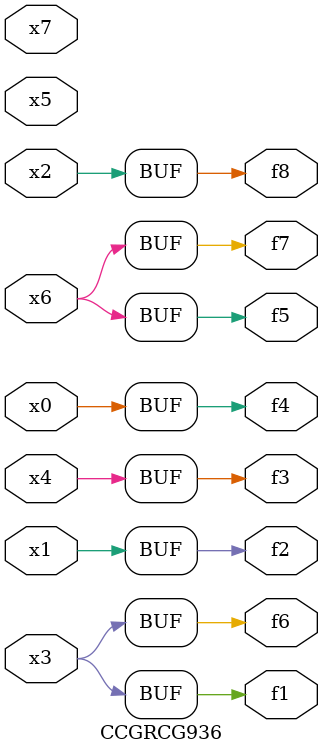
<source format=v>
module CCGRCG936(
	input x0, x1, x2, x3, x4, x5, x6, x7,
	output f1, f2, f3, f4, f5, f6, f7, f8
);
	assign f1 = x3;
	assign f2 = x1;
	assign f3 = x4;
	assign f4 = x0;
	assign f5 = x6;
	assign f6 = x3;
	assign f7 = x6;
	assign f8 = x2;
endmodule

</source>
